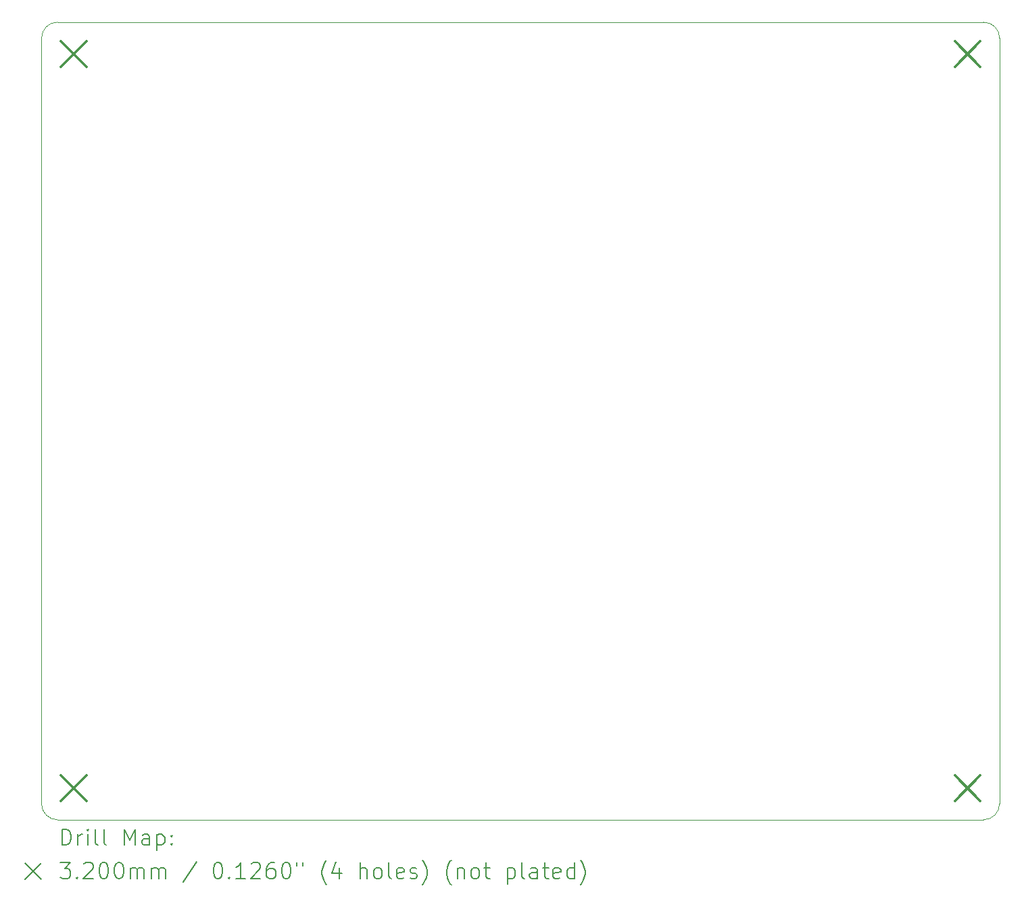
<source format=gbr>
%TF.GenerationSoftware,KiCad,Pcbnew,8.0.2-8.0.2-0~ubuntu24.04.1*%
%TF.CreationDate,2024-05-20T20:47:04+07:00*%
%TF.ProjectId,tugas-akhir,74756761-732d-4616-9b68-69722e6b6963,5*%
%TF.SameCoordinates,Original*%
%TF.FileFunction,Drillmap*%
%TF.FilePolarity,Positive*%
%FSLAX45Y45*%
G04 Gerber Fmt 4.5, Leading zero omitted, Abs format (unit mm)*
G04 Created by KiCad (PCBNEW 8.0.2-8.0.2-0~ubuntu24.04.1) date 2024-05-20 20:47:04*
%MOMM*%
%LPD*%
G01*
G04 APERTURE LIST*
%ADD10C,0.100000*%
%ADD11C,0.200000*%
%ADD12C,0.320000*%
G04 APERTURE END LIST*
D10*
X20420000Y-4460000D02*
X20420000Y-14060000D01*
X8420000Y-4460000D02*
G75*
G02*
X8620000Y-4260000I200000J0D01*
G01*
X8620000Y-4260000D02*
X20220000Y-4260000D01*
X20220000Y-4260000D02*
G75*
G02*
X20420000Y-4460000I0J-200000D01*
G01*
X8620000Y-14260000D02*
G75*
G02*
X8420000Y-14060000I0J200000D01*
G01*
X20220000Y-14260000D02*
X8620000Y-14260000D01*
X20420000Y-14060000D02*
G75*
G02*
X20220000Y-14260000I-200000J0D01*
G01*
X8420000Y-14060000D02*
X8420000Y-4460000D01*
D11*
D12*
X8660000Y-4500000D02*
X8980000Y-4820000D01*
X8980000Y-4500000D02*
X8660000Y-4820000D01*
X8660000Y-13700000D02*
X8980000Y-14020000D01*
X8980000Y-13700000D02*
X8660000Y-14020000D01*
X19860000Y-4500000D02*
X20180000Y-4820000D01*
X20180000Y-4500000D02*
X19860000Y-4820000D01*
X19860000Y-13700000D02*
X20180000Y-14020000D01*
X20180000Y-13700000D02*
X19860000Y-14020000D01*
D11*
X8675777Y-14576484D02*
X8675777Y-14376484D01*
X8675777Y-14376484D02*
X8723396Y-14376484D01*
X8723396Y-14376484D02*
X8751967Y-14386008D01*
X8751967Y-14386008D02*
X8771015Y-14405055D01*
X8771015Y-14405055D02*
X8780539Y-14424103D01*
X8780539Y-14424103D02*
X8790063Y-14462198D01*
X8790063Y-14462198D02*
X8790063Y-14490769D01*
X8790063Y-14490769D02*
X8780539Y-14528865D01*
X8780539Y-14528865D02*
X8771015Y-14547912D01*
X8771015Y-14547912D02*
X8751967Y-14566960D01*
X8751967Y-14566960D02*
X8723396Y-14576484D01*
X8723396Y-14576484D02*
X8675777Y-14576484D01*
X8875777Y-14576484D02*
X8875777Y-14443150D01*
X8875777Y-14481246D02*
X8885301Y-14462198D01*
X8885301Y-14462198D02*
X8894824Y-14452674D01*
X8894824Y-14452674D02*
X8913872Y-14443150D01*
X8913872Y-14443150D02*
X8932920Y-14443150D01*
X8999586Y-14576484D02*
X8999586Y-14443150D01*
X8999586Y-14376484D02*
X8990063Y-14386008D01*
X8990063Y-14386008D02*
X8999586Y-14395531D01*
X8999586Y-14395531D02*
X9009110Y-14386008D01*
X9009110Y-14386008D02*
X8999586Y-14376484D01*
X8999586Y-14376484D02*
X8999586Y-14395531D01*
X9123396Y-14576484D02*
X9104348Y-14566960D01*
X9104348Y-14566960D02*
X9094824Y-14547912D01*
X9094824Y-14547912D02*
X9094824Y-14376484D01*
X9228158Y-14576484D02*
X9209110Y-14566960D01*
X9209110Y-14566960D02*
X9199586Y-14547912D01*
X9199586Y-14547912D02*
X9199586Y-14376484D01*
X9456729Y-14576484D02*
X9456729Y-14376484D01*
X9456729Y-14376484D02*
X9523396Y-14519341D01*
X9523396Y-14519341D02*
X9590063Y-14376484D01*
X9590063Y-14376484D02*
X9590063Y-14576484D01*
X9771015Y-14576484D02*
X9771015Y-14471722D01*
X9771015Y-14471722D02*
X9761491Y-14452674D01*
X9761491Y-14452674D02*
X9742444Y-14443150D01*
X9742444Y-14443150D02*
X9704348Y-14443150D01*
X9704348Y-14443150D02*
X9685301Y-14452674D01*
X9771015Y-14566960D02*
X9751967Y-14576484D01*
X9751967Y-14576484D02*
X9704348Y-14576484D01*
X9704348Y-14576484D02*
X9685301Y-14566960D01*
X9685301Y-14566960D02*
X9675777Y-14547912D01*
X9675777Y-14547912D02*
X9675777Y-14528865D01*
X9675777Y-14528865D02*
X9685301Y-14509817D01*
X9685301Y-14509817D02*
X9704348Y-14500293D01*
X9704348Y-14500293D02*
X9751967Y-14500293D01*
X9751967Y-14500293D02*
X9771015Y-14490769D01*
X9866253Y-14443150D02*
X9866253Y-14643150D01*
X9866253Y-14452674D02*
X9885301Y-14443150D01*
X9885301Y-14443150D02*
X9923396Y-14443150D01*
X9923396Y-14443150D02*
X9942444Y-14452674D01*
X9942444Y-14452674D02*
X9951967Y-14462198D01*
X9951967Y-14462198D02*
X9961491Y-14481246D01*
X9961491Y-14481246D02*
X9961491Y-14538388D01*
X9961491Y-14538388D02*
X9951967Y-14557436D01*
X9951967Y-14557436D02*
X9942444Y-14566960D01*
X9942444Y-14566960D02*
X9923396Y-14576484D01*
X9923396Y-14576484D02*
X9885301Y-14576484D01*
X9885301Y-14576484D02*
X9866253Y-14566960D01*
X10047205Y-14557436D02*
X10056729Y-14566960D01*
X10056729Y-14566960D02*
X10047205Y-14576484D01*
X10047205Y-14576484D02*
X10037682Y-14566960D01*
X10037682Y-14566960D02*
X10047205Y-14557436D01*
X10047205Y-14557436D02*
X10047205Y-14576484D01*
X10047205Y-14452674D02*
X10056729Y-14462198D01*
X10056729Y-14462198D02*
X10047205Y-14471722D01*
X10047205Y-14471722D02*
X10037682Y-14462198D01*
X10037682Y-14462198D02*
X10047205Y-14452674D01*
X10047205Y-14452674D02*
X10047205Y-14471722D01*
X8215000Y-14805000D02*
X8415000Y-15005000D01*
X8415000Y-14805000D02*
X8215000Y-15005000D01*
X8656729Y-14796484D02*
X8780539Y-14796484D01*
X8780539Y-14796484D02*
X8713872Y-14872674D01*
X8713872Y-14872674D02*
X8742444Y-14872674D01*
X8742444Y-14872674D02*
X8761491Y-14882198D01*
X8761491Y-14882198D02*
X8771015Y-14891722D01*
X8771015Y-14891722D02*
X8780539Y-14910769D01*
X8780539Y-14910769D02*
X8780539Y-14958388D01*
X8780539Y-14958388D02*
X8771015Y-14977436D01*
X8771015Y-14977436D02*
X8761491Y-14986960D01*
X8761491Y-14986960D02*
X8742444Y-14996484D01*
X8742444Y-14996484D02*
X8685301Y-14996484D01*
X8685301Y-14996484D02*
X8666253Y-14986960D01*
X8666253Y-14986960D02*
X8656729Y-14977436D01*
X8866253Y-14977436D02*
X8875777Y-14986960D01*
X8875777Y-14986960D02*
X8866253Y-14996484D01*
X8866253Y-14996484D02*
X8856729Y-14986960D01*
X8856729Y-14986960D02*
X8866253Y-14977436D01*
X8866253Y-14977436D02*
X8866253Y-14996484D01*
X8951967Y-14815531D02*
X8961491Y-14806008D01*
X8961491Y-14806008D02*
X8980539Y-14796484D01*
X8980539Y-14796484D02*
X9028158Y-14796484D01*
X9028158Y-14796484D02*
X9047205Y-14806008D01*
X9047205Y-14806008D02*
X9056729Y-14815531D01*
X9056729Y-14815531D02*
X9066253Y-14834579D01*
X9066253Y-14834579D02*
X9066253Y-14853627D01*
X9066253Y-14853627D02*
X9056729Y-14882198D01*
X9056729Y-14882198D02*
X8942444Y-14996484D01*
X8942444Y-14996484D02*
X9066253Y-14996484D01*
X9190063Y-14796484D02*
X9209110Y-14796484D01*
X9209110Y-14796484D02*
X9228158Y-14806008D01*
X9228158Y-14806008D02*
X9237682Y-14815531D01*
X9237682Y-14815531D02*
X9247205Y-14834579D01*
X9247205Y-14834579D02*
X9256729Y-14872674D01*
X9256729Y-14872674D02*
X9256729Y-14920293D01*
X9256729Y-14920293D02*
X9247205Y-14958388D01*
X9247205Y-14958388D02*
X9237682Y-14977436D01*
X9237682Y-14977436D02*
X9228158Y-14986960D01*
X9228158Y-14986960D02*
X9209110Y-14996484D01*
X9209110Y-14996484D02*
X9190063Y-14996484D01*
X9190063Y-14996484D02*
X9171015Y-14986960D01*
X9171015Y-14986960D02*
X9161491Y-14977436D01*
X9161491Y-14977436D02*
X9151967Y-14958388D01*
X9151967Y-14958388D02*
X9142444Y-14920293D01*
X9142444Y-14920293D02*
X9142444Y-14872674D01*
X9142444Y-14872674D02*
X9151967Y-14834579D01*
X9151967Y-14834579D02*
X9161491Y-14815531D01*
X9161491Y-14815531D02*
X9171015Y-14806008D01*
X9171015Y-14806008D02*
X9190063Y-14796484D01*
X9380539Y-14796484D02*
X9399586Y-14796484D01*
X9399586Y-14796484D02*
X9418634Y-14806008D01*
X9418634Y-14806008D02*
X9428158Y-14815531D01*
X9428158Y-14815531D02*
X9437682Y-14834579D01*
X9437682Y-14834579D02*
X9447205Y-14872674D01*
X9447205Y-14872674D02*
X9447205Y-14920293D01*
X9447205Y-14920293D02*
X9437682Y-14958388D01*
X9437682Y-14958388D02*
X9428158Y-14977436D01*
X9428158Y-14977436D02*
X9418634Y-14986960D01*
X9418634Y-14986960D02*
X9399586Y-14996484D01*
X9399586Y-14996484D02*
X9380539Y-14996484D01*
X9380539Y-14996484D02*
X9361491Y-14986960D01*
X9361491Y-14986960D02*
X9351967Y-14977436D01*
X9351967Y-14977436D02*
X9342444Y-14958388D01*
X9342444Y-14958388D02*
X9332920Y-14920293D01*
X9332920Y-14920293D02*
X9332920Y-14872674D01*
X9332920Y-14872674D02*
X9342444Y-14834579D01*
X9342444Y-14834579D02*
X9351967Y-14815531D01*
X9351967Y-14815531D02*
X9361491Y-14806008D01*
X9361491Y-14806008D02*
X9380539Y-14796484D01*
X9532920Y-14996484D02*
X9532920Y-14863150D01*
X9532920Y-14882198D02*
X9542444Y-14872674D01*
X9542444Y-14872674D02*
X9561491Y-14863150D01*
X9561491Y-14863150D02*
X9590063Y-14863150D01*
X9590063Y-14863150D02*
X9609110Y-14872674D01*
X9609110Y-14872674D02*
X9618634Y-14891722D01*
X9618634Y-14891722D02*
X9618634Y-14996484D01*
X9618634Y-14891722D02*
X9628158Y-14872674D01*
X9628158Y-14872674D02*
X9647205Y-14863150D01*
X9647205Y-14863150D02*
X9675777Y-14863150D01*
X9675777Y-14863150D02*
X9694825Y-14872674D01*
X9694825Y-14872674D02*
X9704348Y-14891722D01*
X9704348Y-14891722D02*
X9704348Y-14996484D01*
X9799586Y-14996484D02*
X9799586Y-14863150D01*
X9799586Y-14882198D02*
X9809110Y-14872674D01*
X9809110Y-14872674D02*
X9828158Y-14863150D01*
X9828158Y-14863150D02*
X9856729Y-14863150D01*
X9856729Y-14863150D02*
X9875777Y-14872674D01*
X9875777Y-14872674D02*
X9885301Y-14891722D01*
X9885301Y-14891722D02*
X9885301Y-14996484D01*
X9885301Y-14891722D02*
X9894825Y-14872674D01*
X9894825Y-14872674D02*
X9913872Y-14863150D01*
X9913872Y-14863150D02*
X9942444Y-14863150D01*
X9942444Y-14863150D02*
X9961491Y-14872674D01*
X9961491Y-14872674D02*
X9971015Y-14891722D01*
X9971015Y-14891722D02*
X9971015Y-14996484D01*
X10361491Y-14786960D02*
X10190063Y-15044103D01*
X10618634Y-14796484D02*
X10637682Y-14796484D01*
X10637682Y-14796484D02*
X10656729Y-14806008D01*
X10656729Y-14806008D02*
X10666253Y-14815531D01*
X10666253Y-14815531D02*
X10675777Y-14834579D01*
X10675777Y-14834579D02*
X10685301Y-14872674D01*
X10685301Y-14872674D02*
X10685301Y-14920293D01*
X10685301Y-14920293D02*
X10675777Y-14958388D01*
X10675777Y-14958388D02*
X10666253Y-14977436D01*
X10666253Y-14977436D02*
X10656729Y-14986960D01*
X10656729Y-14986960D02*
X10637682Y-14996484D01*
X10637682Y-14996484D02*
X10618634Y-14996484D01*
X10618634Y-14996484D02*
X10599587Y-14986960D01*
X10599587Y-14986960D02*
X10590063Y-14977436D01*
X10590063Y-14977436D02*
X10580539Y-14958388D01*
X10580539Y-14958388D02*
X10571015Y-14920293D01*
X10571015Y-14920293D02*
X10571015Y-14872674D01*
X10571015Y-14872674D02*
X10580539Y-14834579D01*
X10580539Y-14834579D02*
X10590063Y-14815531D01*
X10590063Y-14815531D02*
X10599587Y-14806008D01*
X10599587Y-14806008D02*
X10618634Y-14796484D01*
X10771015Y-14977436D02*
X10780539Y-14986960D01*
X10780539Y-14986960D02*
X10771015Y-14996484D01*
X10771015Y-14996484D02*
X10761491Y-14986960D01*
X10761491Y-14986960D02*
X10771015Y-14977436D01*
X10771015Y-14977436D02*
X10771015Y-14996484D01*
X10971015Y-14996484D02*
X10856729Y-14996484D01*
X10913872Y-14996484D02*
X10913872Y-14796484D01*
X10913872Y-14796484D02*
X10894825Y-14825055D01*
X10894825Y-14825055D02*
X10875777Y-14844103D01*
X10875777Y-14844103D02*
X10856729Y-14853627D01*
X11047206Y-14815531D02*
X11056729Y-14806008D01*
X11056729Y-14806008D02*
X11075777Y-14796484D01*
X11075777Y-14796484D02*
X11123396Y-14796484D01*
X11123396Y-14796484D02*
X11142444Y-14806008D01*
X11142444Y-14806008D02*
X11151968Y-14815531D01*
X11151968Y-14815531D02*
X11161491Y-14834579D01*
X11161491Y-14834579D02*
X11161491Y-14853627D01*
X11161491Y-14853627D02*
X11151968Y-14882198D01*
X11151968Y-14882198D02*
X11037682Y-14996484D01*
X11037682Y-14996484D02*
X11161491Y-14996484D01*
X11332920Y-14796484D02*
X11294825Y-14796484D01*
X11294825Y-14796484D02*
X11275777Y-14806008D01*
X11275777Y-14806008D02*
X11266253Y-14815531D01*
X11266253Y-14815531D02*
X11247206Y-14844103D01*
X11247206Y-14844103D02*
X11237682Y-14882198D01*
X11237682Y-14882198D02*
X11237682Y-14958388D01*
X11237682Y-14958388D02*
X11247206Y-14977436D01*
X11247206Y-14977436D02*
X11256729Y-14986960D01*
X11256729Y-14986960D02*
X11275777Y-14996484D01*
X11275777Y-14996484D02*
X11313872Y-14996484D01*
X11313872Y-14996484D02*
X11332920Y-14986960D01*
X11332920Y-14986960D02*
X11342444Y-14977436D01*
X11342444Y-14977436D02*
X11351967Y-14958388D01*
X11351967Y-14958388D02*
X11351967Y-14910769D01*
X11351967Y-14910769D02*
X11342444Y-14891722D01*
X11342444Y-14891722D02*
X11332920Y-14882198D01*
X11332920Y-14882198D02*
X11313872Y-14872674D01*
X11313872Y-14872674D02*
X11275777Y-14872674D01*
X11275777Y-14872674D02*
X11256729Y-14882198D01*
X11256729Y-14882198D02*
X11247206Y-14891722D01*
X11247206Y-14891722D02*
X11237682Y-14910769D01*
X11475777Y-14796484D02*
X11494825Y-14796484D01*
X11494825Y-14796484D02*
X11513872Y-14806008D01*
X11513872Y-14806008D02*
X11523396Y-14815531D01*
X11523396Y-14815531D02*
X11532920Y-14834579D01*
X11532920Y-14834579D02*
X11542444Y-14872674D01*
X11542444Y-14872674D02*
X11542444Y-14920293D01*
X11542444Y-14920293D02*
X11532920Y-14958388D01*
X11532920Y-14958388D02*
X11523396Y-14977436D01*
X11523396Y-14977436D02*
X11513872Y-14986960D01*
X11513872Y-14986960D02*
X11494825Y-14996484D01*
X11494825Y-14996484D02*
X11475777Y-14996484D01*
X11475777Y-14996484D02*
X11456729Y-14986960D01*
X11456729Y-14986960D02*
X11447206Y-14977436D01*
X11447206Y-14977436D02*
X11437682Y-14958388D01*
X11437682Y-14958388D02*
X11428158Y-14920293D01*
X11428158Y-14920293D02*
X11428158Y-14872674D01*
X11428158Y-14872674D02*
X11437682Y-14834579D01*
X11437682Y-14834579D02*
X11447206Y-14815531D01*
X11447206Y-14815531D02*
X11456729Y-14806008D01*
X11456729Y-14806008D02*
X11475777Y-14796484D01*
X11618634Y-14796484D02*
X11618634Y-14834579D01*
X11694825Y-14796484D02*
X11694825Y-14834579D01*
X11990063Y-15072674D02*
X11980539Y-15063150D01*
X11980539Y-15063150D02*
X11961491Y-15034579D01*
X11961491Y-15034579D02*
X11951968Y-15015531D01*
X11951968Y-15015531D02*
X11942444Y-14986960D01*
X11942444Y-14986960D02*
X11932920Y-14939341D01*
X11932920Y-14939341D02*
X11932920Y-14901246D01*
X11932920Y-14901246D02*
X11942444Y-14853627D01*
X11942444Y-14853627D02*
X11951968Y-14825055D01*
X11951968Y-14825055D02*
X11961491Y-14806008D01*
X11961491Y-14806008D02*
X11980539Y-14777436D01*
X11980539Y-14777436D02*
X11990063Y-14767912D01*
X12151968Y-14863150D02*
X12151968Y-14996484D01*
X12104348Y-14786960D02*
X12056729Y-14929817D01*
X12056729Y-14929817D02*
X12180539Y-14929817D01*
X12409110Y-14996484D02*
X12409110Y-14796484D01*
X12494825Y-14996484D02*
X12494825Y-14891722D01*
X12494825Y-14891722D02*
X12485301Y-14872674D01*
X12485301Y-14872674D02*
X12466253Y-14863150D01*
X12466253Y-14863150D02*
X12437682Y-14863150D01*
X12437682Y-14863150D02*
X12418634Y-14872674D01*
X12418634Y-14872674D02*
X12409110Y-14882198D01*
X12618634Y-14996484D02*
X12599587Y-14986960D01*
X12599587Y-14986960D02*
X12590063Y-14977436D01*
X12590063Y-14977436D02*
X12580539Y-14958388D01*
X12580539Y-14958388D02*
X12580539Y-14901246D01*
X12580539Y-14901246D02*
X12590063Y-14882198D01*
X12590063Y-14882198D02*
X12599587Y-14872674D01*
X12599587Y-14872674D02*
X12618634Y-14863150D01*
X12618634Y-14863150D02*
X12647206Y-14863150D01*
X12647206Y-14863150D02*
X12666253Y-14872674D01*
X12666253Y-14872674D02*
X12675777Y-14882198D01*
X12675777Y-14882198D02*
X12685301Y-14901246D01*
X12685301Y-14901246D02*
X12685301Y-14958388D01*
X12685301Y-14958388D02*
X12675777Y-14977436D01*
X12675777Y-14977436D02*
X12666253Y-14986960D01*
X12666253Y-14986960D02*
X12647206Y-14996484D01*
X12647206Y-14996484D02*
X12618634Y-14996484D01*
X12799587Y-14996484D02*
X12780539Y-14986960D01*
X12780539Y-14986960D02*
X12771015Y-14967912D01*
X12771015Y-14967912D02*
X12771015Y-14796484D01*
X12951968Y-14986960D02*
X12932920Y-14996484D01*
X12932920Y-14996484D02*
X12894825Y-14996484D01*
X12894825Y-14996484D02*
X12875777Y-14986960D01*
X12875777Y-14986960D02*
X12866253Y-14967912D01*
X12866253Y-14967912D02*
X12866253Y-14891722D01*
X12866253Y-14891722D02*
X12875777Y-14872674D01*
X12875777Y-14872674D02*
X12894825Y-14863150D01*
X12894825Y-14863150D02*
X12932920Y-14863150D01*
X12932920Y-14863150D02*
X12951968Y-14872674D01*
X12951968Y-14872674D02*
X12961491Y-14891722D01*
X12961491Y-14891722D02*
X12961491Y-14910769D01*
X12961491Y-14910769D02*
X12866253Y-14929817D01*
X13037682Y-14986960D02*
X13056730Y-14996484D01*
X13056730Y-14996484D02*
X13094825Y-14996484D01*
X13094825Y-14996484D02*
X13113872Y-14986960D01*
X13113872Y-14986960D02*
X13123396Y-14967912D01*
X13123396Y-14967912D02*
X13123396Y-14958388D01*
X13123396Y-14958388D02*
X13113872Y-14939341D01*
X13113872Y-14939341D02*
X13094825Y-14929817D01*
X13094825Y-14929817D02*
X13066253Y-14929817D01*
X13066253Y-14929817D02*
X13047206Y-14920293D01*
X13047206Y-14920293D02*
X13037682Y-14901246D01*
X13037682Y-14901246D02*
X13037682Y-14891722D01*
X13037682Y-14891722D02*
X13047206Y-14872674D01*
X13047206Y-14872674D02*
X13066253Y-14863150D01*
X13066253Y-14863150D02*
X13094825Y-14863150D01*
X13094825Y-14863150D02*
X13113872Y-14872674D01*
X13190063Y-15072674D02*
X13199587Y-15063150D01*
X13199587Y-15063150D02*
X13218634Y-15034579D01*
X13218634Y-15034579D02*
X13228158Y-15015531D01*
X13228158Y-15015531D02*
X13237682Y-14986960D01*
X13237682Y-14986960D02*
X13247206Y-14939341D01*
X13247206Y-14939341D02*
X13247206Y-14901246D01*
X13247206Y-14901246D02*
X13237682Y-14853627D01*
X13237682Y-14853627D02*
X13228158Y-14825055D01*
X13228158Y-14825055D02*
X13218634Y-14806008D01*
X13218634Y-14806008D02*
X13199587Y-14777436D01*
X13199587Y-14777436D02*
X13190063Y-14767912D01*
X13551968Y-15072674D02*
X13542444Y-15063150D01*
X13542444Y-15063150D02*
X13523396Y-15034579D01*
X13523396Y-15034579D02*
X13513872Y-15015531D01*
X13513872Y-15015531D02*
X13504349Y-14986960D01*
X13504349Y-14986960D02*
X13494825Y-14939341D01*
X13494825Y-14939341D02*
X13494825Y-14901246D01*
X13494825Y-14901246D02*
X13504349Y-14853627D01*
X13504349Y-14853627D02*
X13513872Y-14825055D01*
X13513872Y-14825055D02*
X13523396Y-14806008D01*
X13523396Y-14806008D02*
X13542444Y-14777436D01*
X13542444Y-14777436D02*
X13551968Y-14767912D01*
X13628158Y-14863150D02*
X13628158Y-14996484D01*
X13628158Y-14882198D02*
X13637682Y-14872674D01*
X13637682Y-14872674D02*
X13656730Y-14863150D01*
X13656730Y-14863150D02*
X13685301Y-14863150D01*
X13685301Y-14863150D02*
X13704349Y-14872674D01*
X13704349Y-14872674D02*
X13713872Y-14891722D01*
X13713872Y-14891722D02*
X13713872Y-14996484D01*
X13837682Y-14996484D02*
X13818634Y-14986960D01*
X13818634Y-14986960D02*
X13809111Y-14977436D01*
X13809111Y-14977436D02*
X13799587Y-14958388D01*
X13799587Y-14958388D02*
X13799587Y-14901246D01*
X13799587Y-14901246D02*
X13809111Y-14882198D01*
X13809111Y-14882198D02*
X13818634Y-14872674D01*
X13818634Y-14872674D02*
X13837682Y-14863150D01*
X13837682Y-14863150D02*
X13866253Y-14863150D01*
X13866253Y-14863150D02*
X13885301Y-14872674D01*
X13885301Y-14872674D02*
X13894825Y-14882198D01*
X13894825Y-14882198D02*
X13904349Y-14901246D01*
X13904349Y-14901246D02*
X13904349Y-14958388D01*
X13904349Y-14958388D02*
X13894825Y-14977436D01*
X13894825Y-14977436D02*
X13885301Y-14986960D01*
X13885301Y-14986960D02*
X13866253Y-14996484D01*
X13866253Y-14996484D02*
X13837682Y-14996484D01*
X13961492Y-14863150D02*
X14037682Y-14863150D01*
X13990063Y-14796484D02*
X13990063Y-14967912D01*
X13990063Y-14967912D02*
X13999587Y-14986960D01*
X13999587Y-14986960D02*
X14018634Y-14996484D01*
X14018634Y-14996484D02*
X14037682Y-14996484D01*
X14256730Y-14863150D02*
X14256730Y-15063150D01*
X14256730Y-14872674D02*
X14275777Y-14863150D01*
X14275777Y-14863150D02*
X14313873Y-14863150D01*
X14313873Y-14863150D02*
X14332920Y-14872674D01*
X14332920Y-14872674D02*
X14342444Y-14882198D01*
X14342444Y-14882198D02*
X14351968Y-14901246D01*
X14351968Y-14901246D02*
X14351968Y-14958388D01*
X14351968Y-14958388D02*
X14342444Y-14977436D01*
X14342444Y-14977436D02*
X14332920Y-14986960D01*
X14332920Y-14986960D02*
X14313873Y-14996484D01*
X14313873Y-14996484D02*
X14275777Y-14996484D01*
X14275777Y-14996484D02*
X14256730Y-14986960D01*
X14466253Y-14996484D02*
X14447206Y-14986960D01*
X14447206Y-14986960D02*
X14437682Y-14967912D01*
X14437682Y-14967912D02*
X14437682Y-14796484D01*
X14628158Y-14996484D02*
X14628158Y-14891722D01*
X14628158Y-14891722D02*
X14618634Y-14872674D01*
X14618634Y-14872674D02*
X14599587Y-14863150D01*
X14599587Y-14863150D02*
X14561492Y-14863150D01*
X14561492Y-14863150D02*
X14542444Y-14872674D01*
X14628158Y-14986960D02*
X14609111Y-14996484D01*
X14609111Y-14996484D02*
X14561492Y-14996484D01*
X14561492Y-14996484D02*
X14542444Y-14986960D01*
X14542444Y-14986960D02*
X14532920Y-14967912D01*
X14532920Y-14967912D02*
X14532920Y-14948865D01*
X14532920Y-14948865D02*
X14542444Y-14929817D01*
X14542444Y-14929817D02*
X14561492Y-14920293D01*
X14561492Y-14920293D02*
X14609111Y-14920293D01*
X14609111Y-14920293D02*
X14628158Y-14910769D01*
X14694825Y-14863150D02*
X14771015Y-14863150D01*
X14723396Y-14796484D02*
X14723396Y-14967912D01*
X14723396Y-14967912D02*
X14732920Y-14986960D01*
X14732920Y-14986960D02*
X14751968Y-14996484D01*
X14751968Y-14996484D02*
X14771015Y-14996484D01*
X14913873Y-14986960D02*
X14894825Y-14996484D01*
X14894825Y-14996484D02*
X14856730Y-14996484D01*
X14856730Y-14996484D02*
X14837682Y-14986960D01*
X14837682Y-14986960D02*
X14828158Y-14967912D01*
X14828158Y-14967912D02*
X14828158Y-14891722D01*
X14828158Y-14891722D02*
X14837682Y-14872674D01*
X14837682Y-14872674D02*
X14856730Y-14863150D01*
X14856730Y-14863150D02*
X14894825Y-14863150D01*
X14894825Y-14863150D02*
X14913873Y-14872674D01*
X14913873Y-14872674D02*
X14923396Y-14891722D01*
X14923396Y-14891722D02*
X14923396Y-14910769D01*
X14923396Y-14910769D02*
X14828158Y-14929817D01*
X15094825Y-14996484D02*
X15094825Y-14796484D01*
X15094825Y-14986960D02*
X15075777Y-14996484D01*
X15075777Y-14996484D02*
X15037682Y-14996484D01*
X15037682Y-14996484D02*
X15018634Y-14986960D01*
X15018634Y-14986960D02*
X15009111Y-14977436D01*
X15009111Y-14977436D02*
X14999587Y-14958388D01*
X14999587Y-14958388D02*
X14999587Y-14901246D01*
X14999587Y-14901246D02*
X15009111Y-14882198D01*
X15009111Y-14882198D02*
X15018634Y-14872674D01*
X15018634Y-14872674D02*
X15037682Y-14863150D01*
X15037682Y-14863150D02*
X15075777Y-14863150D01*
X15075777Y-14863150D02*
X15094825Y-14872674D01*
X15171015Y-15072674D02*
X15180539Y-15063150D01*
X15180539Y-15063150D02*
X15199587Y-15034579D01*
X15199587Y-15034579D02*
X15209111Y-15015531D01*
X15209111Y-15015531D02*
X15218634Y-14986960D01*
X15218634Y-14986960D02*
X15228158Y-14939341D01*
X15228158Y-14939341D02*
X15228158Y-14901246D01*
X15228158Y-14901246D02*
X15218634Y-14853627D01*
X15218634Y-14853627D02*
X15209111Y-14825055D01*
X15209111Y-14825055D02*
X15199587Y-14806008D01*
X15199587Y-14806008D02*
X15180539Y-14777436D01*
X15180539Y-14777436D02*
X15171015Y-14767912D01*
M02*

</source>
